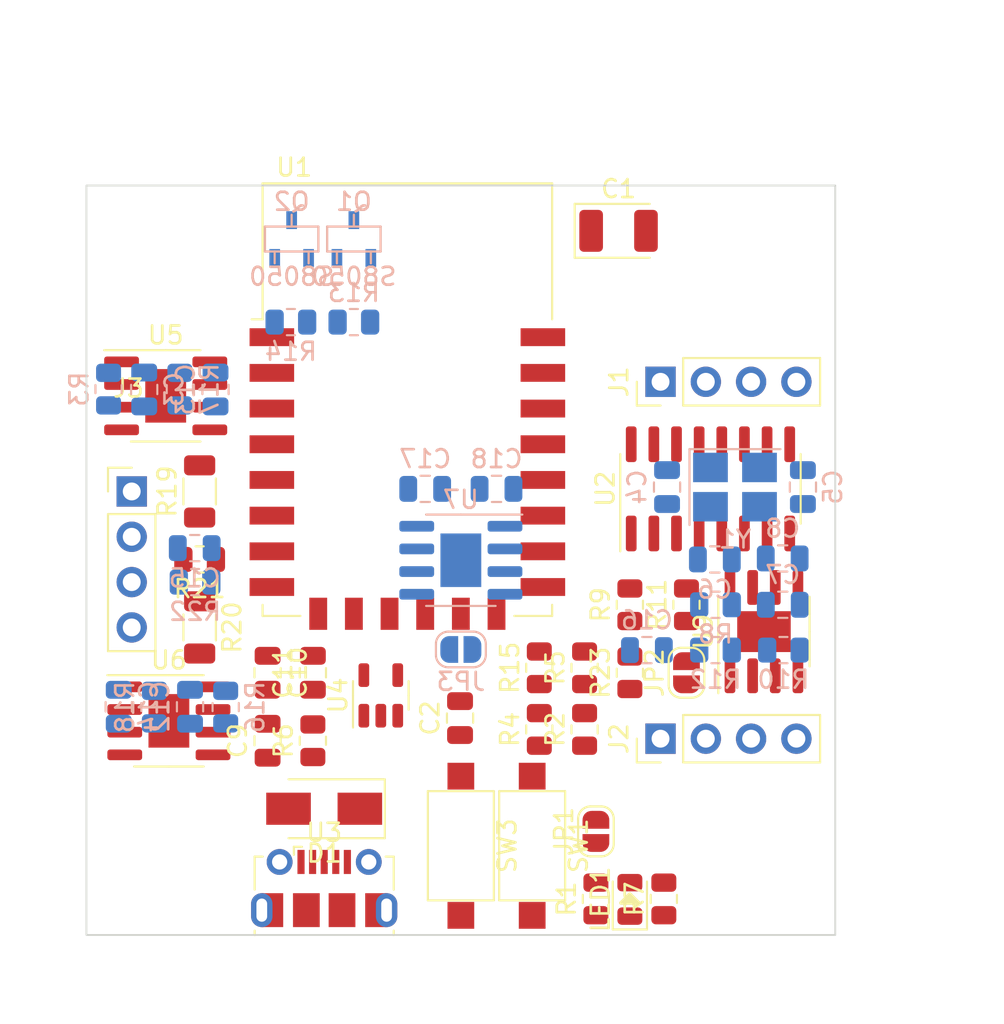
<source format=kicad_pcb>
(kicad_pcb (version 20211014) (generator pcbnew)
  (layers (0 "F.Cu" signal) (31 "B.Cu" signal) (34 "B.Paste" user) (35 "F.Paste" user) (36 "B.SilkS" user "B.Silkscreen") (37 "F.SilkS" user "F.Silkscreen") (38 "B.Mask" user) (39 "F.Mask" user) (44 "Edge.Cuts" user))
  (net 0 "")
  (net 1 "+3V3")
  (net 2 "GND")
  (net 3 "/node_mcu/nRST")
  (net 4 "/node_mcu/XO")
  (net 5 "/node_mcu/XI")
  (net 6 "Net-(C6-Pad1)")
  (net 7 "+5V")
  (net 8 "Net-(C10-Pad1)")
  (net 9 "Net-(D1-Pad2)")
  (net 10 "Net-(JP1-Pad1)")
  (net 11 "Net-(LED1-Pad2)")
  (net 12 "/node_mcu/GPIO16")
  (net 13 "Net-(Q1-PadB)")
  (net 14 "Net-(Q1-PadE)")
  (net 15 "Net-(Q2-PadB)")
  (net 16 "/node_mcu/GPIO0")
  (net 17 "Net-(Q2-PadE)")
  (net 18 "/node_mcu/EN")
  (net 19 "/node_mcu/GPIO2")
  (net 20 "/node_mcu/GPIO15")
  (net 21 "Net-(R8-Pad2)")
  (net 22 "/node_mcu/ADC_EX")
  (net 23 "/node_mcu/ADC")
  (net 24 "Net-(R10-Pad1)")
  (net 25 "/node_mcu/TXD0")
  (net 26 "Net-(R12-Pad1)")
  (net 27 "/node_mcu/RXD0")
  (net 28 "/node_mcu/GPIO5")
  (net 29 "/node_mcu/GPIO4")
  (net 36 "/node_mcu/GPIO13")
  (net 37 "/node_mcu/GPIO12")
  (net 38 "/node_mcu/GPIO14")
  (net 39 "/node_mcu/D_P")
  (net 40 "/node_mcu/D_N")
  (net 48 "/ports/CAN_TX")
  (net 49 "/ports/CAN_RX")
  (net 51 "/ports/CAN_L")
  (net 52 "/ports/CAN_H")
  (net 54 "VCC")
  (net 55 "Net-(C3-Pad1)")
  (net 56 "Net-(C12-Pad1)")
  (net 57 "Net-(C13-Pad1)")
  (net 58 "Net-(C14-Pad1)")
  (net 59 "/driver/TEMP")
  (net 60 "Net-(JP2-Pad1)")
  (net 61 "/driver/IN_PWM_A")
  (net 62 "/driver/IN_PWM_B")
  (net 63 "Net-(R19-Pad1)")
  (net 64 "/driver/IN_AM")
  (net 65 "/driver/IN_AP")
  (net 66 "/driver/VREF_A")
  (net 67 "/driver/OUT_A_P")
  (net 68 "/driver/OUT_A_N")
  (net 69 "/driver/OUT_B_P")
  (net 70 "/driver/OUT_B_N")
  (net 71 "Net-(U7-Pad2)")
  (net 72 "Net-(U7-Pad5)")
  (net 73 "/sensor/SDA")
  (net 74 "/sensor/SCL")
  (net 75 "Net-(R20-Pad2)")
  (footprint "Resistor_SMD:R_0805_2012Metric" (layer "F.Cu") (at 25.4 27.0275 90)
    (fp_text reference "R15" (at 0 -1.65 90) (layer "F.SilkS"))
    (fp_text value "R123,0805")
    (pad "1" smd roundrect (at -0.9125 0 90) (size 1.025 1.4) (layers "F.Cu" "F.Paste" "F.Mask") (roundrect_rratio 0.243902) (net 1 "+3V3"))
    (pad "2" smd roundrect (at 0.9125 0 90) (size 1.025 1.4) (layers "F.Cu" "F.Paste" "F.Mask") (roundrect_rratio 0.243902) (net 3 "/node_mcu/nRST"))
  )
  (footprint "Resistor_SMD:R_0805_2012Metric" (layer "F.Cu") (at 6.35 20.955 180)
    (fp_text reference "R21" (at 0 -1.65) (layer "F.SilkS"))
    (fp_text value "NTC_10K,0805")
    (pad "1" smd roundrect (at -0.9125 0 180) (size 1.025 1.4) (layers "F.Cu" "F.Paste" "F.Mask") (roundrect_rratio 0.243902) (net 1 "+3V3"))
    (pad "2" smd roundrect (at 0.9125 0 180) (size 1.025 1.4) (layers "F.Cu" "F.Paste" "F.Mask") (roundrect_rratio 0.243902) (net 59 "/driver/TEMP"))
  )
  (footprint "Connector_PinHeader_2.54mm:PinHeader_1x04_P2.54mm_Vertical" (layer "F.Cu") (at 2.54 17.145)
    (fp_text reference "J3" (at -0.18 -5.7825) (layer "F.SilkS"))
    (fp_text value "Conn_01x04")
    (pad "1" thru_hole rect (at 0 0) (size 1.7 1.7) (drill 1) (layers *.Cu *.Mask) (net 68 "/driver/OUT_A_N"))
    (pad "2" thru_hole oval (at 0 2.54) (size 1.7 1.7) (drill 1) (layers *.Cu *.Mask) (net 67 "/driver/OUT_A_P"))
    (pad "3" thru_hole oval (at 0 5.08) (size 1.7 1.7) (drill 1) (layers *.Cu *.Mask) (net 70 "/driver/OUT_B_N"))
    (pad "4" thru_hole oval (at 0 7.62) (size 1.7 1.7) (drill 1) (layers *.Cu *.Mask) (net 69 "/driver/OUT_B_P"))
  )
  (footprint "Package_SO:SOIC-8-1EP_3.9x4.9mm_P1.27mm_EP2.29x3mm" (layer "F.Cu") (at 4.625 30)
    (fp_text reference "U6" (at 0 -3.4) (layer "F.SilkS"))
    (fp_text value "TB67H450FNG")
    (pad "1" smd roundrect (at -2.475 -1.905) (size 1.95 0.6) (layers "F.Cu" "F.Paste" "F.Mask") (net 2 "GND"))
    (pad "2" smd roundrect (at -2.475 -0.635) (size 1.95 0.6) (layers "F.Cu" "F.Paste" "F.Mask") (net 64 "/driver/IN_AM"))
    (pad "3" smd roundrect (at -2.475 0.635) (size 1.95 0.6) (layers "F.Cu" "F.Paste" "F.Mask") (net 65 "/driver/IN_AP"))
    (pad "4" smd roundrect (at -2.475 1.905) (size 1.95 0.6) (layers "F.Cu" "F.Paste" "F.Mask") (net 66 "/driver/VREF_A"))
    (pad "5" smd roundrect (at 2.475 1.905) (size 1.95 0.6) (layers "F.Cu" "F.Paste" "F.Mask") (net 54 "VCC"))
    (pad "6" smd roundrect (at 2.475 0.635) (size 1.95 0.6) (layers "F.Cu" "F.Paste" "F.Mask") (net 69 "/driver/OUT_B_P"))
    (pad "7" smd roundrect (at 2.475 -0.635) (size 1.95 0.6) (layers "F.Cu" "F.Paste" "F.Mask") (net 75 "Net-(R20-Pad2)"))
    (pad "8" smd roundrect (at 2.475 -1.905) (size 1.95 0.6) (layers "F.Cu" "F.Paste" "F.Mask") (net 70 "/driver/OUT_B_N"))
    (pad "9" smd rect (at 0 0) (size 2.29 3) (layers "F.Cu" "F.Mask") (net 2 "GND"))
  )
  (footprint "footprint-lib:MountingHole_2.7mm_M2.5,rpi_like" (layer "F.Cu") (at 36.5 36.5)
    (fp_text reference "H3" hide)
    (fp_text value "MountingHole")
    (pad "" np_thru_hole circle locked (at 0 0) (size 2.7 2.7) (drill 2.7) (layers *.Cu *.Mask) (clearance 1.5))
  )
  (footprint "Connector_PinHeader_2.54mm:PinHeader_1x04_P2.54mm_Vertical" (layer "F.Cu") (at 32.2 31 90)
    (fp_text reference "J2" (at 0 -2.33 90) (layer "F.SilkS"))
    (fp_text value "Conn_01x04")
    (pad "1" thru_hole rect locked (at 0 0 90) (size 1.7 1.7) (drill 1) (layers *.Cu *.Mask) (net 54 "VCC"))
    (pad "2" thru_hole oval locked (at 0 2.54 90) (size 1.7 1.7) (drill 1) (layers *.Cu *.Mask) (net 51 "/ports/CAN_L"))
    (pad "3" thru_hole oval locked (at 0 5.08 90) (size 1.7 1.7) (drill 1) (layers *.Cu *.Mask) (net 52 "/ports/CAN_H"))
    (pad "4" thru_hole oval locked (at 0 7.62 90) (size 1.7 1.7) (drill 1) (layers *.Cu *.Mask) (net 2 "GND"))
  )
  (footprint "footprint-lib:MountingHole_2.7mm_M2.5,rpi_like" (layer "F.Cu") (at 5.5 36.5)
    (fp_text reference "H2" hide)
    (fp_text value "MountingHole")
    (pad "" np_thru_hole circle locked (at 0 0) (size 2.7 2.7) (drill 2.7) (layers *.Cu *.Mask) (clearance 1.5))
  )
  (footprint "Resistor_SMD:R_0805_2012Metric" (layer "F.Cu") (at 30.48 23.495 90)
    (fp_text reference "R9" (at 0 -1.65 90) (layer "F.SilkS"))
    (fp_text value "R224,0805")
    (pad "1" smd roundrect (at -0.9125 0 90) (size 1.025 1.4) (layers "F.Cu" "F.Paste" "F.Mask") (roundrect_rratio 0.243902) (net 22 "/node_mcu/ADC_EX"))
    (pad "2" smd roundrect (at 0.9125 0 90) (size 1.025 1.4) (layers "F.Cu" "F.Paste" "F.Mask") (roundrect_rratio 0.243902) (net 23 "/node_mcu/ADC"))
  )
  (footprint "Package_SO:SOIC-8-1EP_3.9x4.9mm_P1.27mm_EP2.29x3mm" (layer "F.Cu") (at 38 25 90)
    (fp_text reference "U9" (at 0 -3.4 90) (layer "F.SilkS"))
    (fp_text value "SN65HVD232DR")
    (pad "1" smd roundrect (at -2.475 -1.905 90) (size 1.95 0.6) (layers "F.Cu" "F.Paste" "F.Mask") (net 48 "/ports/CAN_TX"))
    (pad "2" smd roundrect (at -2.475 -0.635 90) (size 1.95 0.6) (layers "F.Cu" "F.Paste" "F.Mask") (net 2 "GND"))
    (pad "3" smd roundrect (at -2.475 0.635 90) (size 1.95 0.6) (layers "F.Cu" "F.Paste" "F.Mask") (net 1 "+3V3"))
    (pad "4" smd roundrect (at -2.475 1.905 90) (size 1.95 0.6) (layers "F.Cu" "F.Paste" "F.Mask") (net 49 "/ports/CAN_RX"))
    (pad "5" smd roundrect (at 2.475 1.905 90) (size 1.95 0.6) (layers "F.Cu" "F.Paste" "F.Mask"))
    (pad "6" smd roundrect (at 2.475 0.635 90) (size 1.95 0.6) (layers "F.Cu" "F.Paste" "F.Mask") (net 51 "/ports/CAN_L"))
    (pad "7" smd roundrect (at 2.475 -0.635 90) (size 1.95 0.6) (layers "F.Cu" "F.Paste" "F.Mask") (net 52 "/ports/CAN_H"))
    (pad "8" smd roundrect (at 2.475 -1.905 90) (size 1.95 0.6) (layers "F.Cu" "F.Paste" "F.Mask"))
    (pad "9" smd rect (at 0 0 90) (size 2.29 3) (layers "F.Cu" "F.Mask"))
  )
  (footprint "Resistor_SMD:R_0805_2012Metric" (layer "F.Cu") (at 25.4 30.48 90)
    (fp_text reference "R4" (at 0 -1.65 90) (layer "F.SilkS"))
    (fp_text value "R123,0805")
    (pad "1" smd roundrect (at -0.9125 0 90) (size 1.025 1.4) (layers "F.Cu" "F.Paste" "F.Mask") (roundrect_rratio 0.243902) (net 1 "+3V3"))
    (pad "2" smd roundrect (at 0.9125 0 90) (size 1.025 1.4) (layers "F.Cu" "F.Paste" "F.Mask") (roundrect_rratio 0.243902) (net 16 "/node_mcu/GPIO0"))
  )
  (footprint "footprint-lib:MountingHole_2.7mm_M2.5,rpi_like" (layer "F.Cu") (at 5.5 5.5)
    (fp_text reference "H4" hide)
    (fp_text value "MountingHole")
    (pad "" np_thru_hole circle locked (at 0 0) (size 2.7 2.7) (drill 2.7) (layers *.Cu *.Mask) (clearance 1.5))
  )
  (footprint "Capacitor_SMD:C_0805_2012Metric" (layer "F.Cu") (at 20.955 29.845 90)
    (fp_text reference "C2" (at 0 -1.68 90) (layer "F.SilkS"))
    (fp_text value "C471,0805")
    (pad "1" smd roundrect (at -0.95 0 90) (size 1 1.45) (layers "F.Cu" "F.Paste" "F.Mask") (net 3 "/node_mcu/nRST"))
    (pad "2" smd roundrect (at 0.95 0 90) (size 1 1.45) (layers "F.Cu" "F.Paste" "F.Mask") (net 2 "GND"))
  )
  (footprint "Resistor_SMD:R_0805_2012Metric" (layer "F.Cu") (at 12.7 31.115 90)
    (fp_text reference "R6" (at 0 -1.65 90) (layer "F.SilkS"))
    (fp_text value "R123,0805")
    (pad "1" smd roundrect (at -0.9125 0 90) (size 1.025 1.4) (layers "F.Cu" "F.Paste" "F.Mask") (roundrect_rratio 0.243902) (net 2 "GND"))
    (pad "2" smd roundrect (at 0.9125 0 90) (size 1.025 1.4) (layers "F.Cu" "F.Paste" "F.Mask") (roundrect_rratio 0.243902) (net 20 "/node_mcu/GPIO15"))
  )
  (footprint "Resistor_SMD:R_0805_2012Metric" (layer "F.Cu") (at 30.48 27.305 90)
    (fp_text reference "R23" (at 0 -1.65 90) (layer "F.SilkS"))
    (fp_text value "R121,0805")
    (pad "1" smd roundrect (at -0.9125 0 90) (size 1.025 1.4) (layers "F.Cu" "F.Paste" "F.Mask") (roundrect_rratio 0.243902) (net 52 "/ports/CAN_H"))
    (pad "2" smd roundrect (at 0.9125 0 90) (size 1.025 1.4) (layers "F.Cu" "F.Paste" "F.Mask") (roundrect_rratio 0.243902) (net 60 "Net-(JP2-Pad1)"))
  )
  (footprint "Resistor_SMD:R_0805_2012Metric" (layer "F.Cu") (at 32.385 39.98 90)
    (fp_text reference "R7" (at 0 -1.65 90) (layer "F.SilkS"))
    (fp_text value "R471,0805")
    (pad "1" smd roundrect (at -0.9125 0 90) (size 1.025 1.4) (layers "F.Cu" "F.Paste" "F.Mask") (roundrect_rratio 0.243902) (net 12 "/node_mcu/GPIO16"))
    (pad "2" smd roundrect (at 0.9125 0 90) (size 1.025 1.4) (layers "F.Cu" "F.Paste" "F.Mask") (roundrect_rratio 0.243902) (net 10 "Net-(JP1-Pad1)"))
  )
  (footprint "Package_SO:SOIC-8-1EP_3.9x4.9mm_P1.27mm_EP2.29x3mm" (layer "F.Cu") (at 4.445 11.7875)
    (fp_text reference "U5" (at 0 -3.4) (layer "F.SilkS"))
    (fp_text value "TB67H450FNG")
    (pad "1" smd roundrect (at -2.475 -1.905) (size 1.95 0.6) (layers "F.Cu" "F.Paste" "F.Mask") (net 2 "GND"))
    (pad "2" smd roundrect (at -2.475 -0.635) (size 1.95 0.6) (layers "F.Cu" "F.Paste" "F.Mask") (net 64 "/driver/IN_AM"))
    (pad "3" smd roundrect (at -2.475 0.635) (size 1.95 0.6) (layers "F.Cu" "F.Paste" "F.Mask") (net 65 "/driver/IN_AP"))
    (pad "4" smd roundrect (at -2.475 1.905) (size 1.95 0.6) (layers "F.Cu" "F.Paste" "F.Mask") (net 66 "/driver/VREF_A"))
    (pad "5" smd roundrect (at 2.475 1.905) (size 1.95 0.6) (layers "F.Cu" "F.Paste" "F.Mask") (net 54 "VCC"))
    (pad "6" smd roundrect (at 2.475 0.635) (size 1.95 0.6) (layers "F.Cu" "F.Paste" "F.Mask") (net 67 "/driver/OUT_A_P"))
    (pad "7" smd roundrect (at 2.475 -0.635) (size 1.95 0.6) (layers "F.Cu" "F.Paste" "F.Mask") (net 63 "Net-(R19-Pad1)"))
    (pad "8" smd roundrect (at 2.475 -1.905) (size 1.95 0.6) (layers "F.Cu" "F.Paste" "F.Mask") (net 68 "/driver/OUT_A_N"))
    (pad "9" smd rect (at 0 0) (size 2.29 3) (layers "F.Cu" "F.Mask") (net 2 "GND"))
  )
  (footprint "Resistor_SMD:R_0805_2012Metric" (layer "F.Cu") (at 27.94 27.0275 90)
    (fp_text reference "R5" (at 0 -1.65 90) (layer "F.SilkS"))
    (fp_text value "R123,0805")
    (pad "1" smd roundrect (at -0.9125 0 90) (size 1.025 1.4) (layers "F.Cu" "F.Paste" "F.Mask") (roundrect_rratio 0.243902) (net 1 "+3V3"))
    (pad "2" smd roundrect (at 0.9125 0 90) (size 1.025 1.4) (layers "F.Cu" "F.Paste" "F.Mask") (roundrect_rratio 0.243902) (net 19 "/node_mcu/GPIO2"))
  )
  (footprint "footprint-lib:ESP-12E_NO_HOLE" (layer "F.Cu") (at 18 12)
    (fp_text reference "U1" (at -6.35 -13.0175) (layer "F.SilkS"))
    (fp_text value "ESP-12E")
    (pad "1" smd rect locked (at -7.6 -3.5) (size 2.5 1) (layers "F.Cu" "F.Paste" "F.Mask") (net 3 "/node_mcu/nRST"))
    (pad "2" smd rect locked (at -7.6 -1.5) (size 2.5 1) (layers "F.Cu" "F.Paste" "F.Mask") (net 23 "/node_mcu/ADC"))
    (pad "3" smd rect locked (at -7.6 0.5) (size 2.5 1) (layers "F.Cu" "F.Paste" "F.Mask") (net 18 "/node_mcu/EN"))
    (pad "4" smd rect locked (at -7.6 2.5) (size 2.5 1) (layers "F.Cu" "F.Paste" "F.Mask") (net 12 "/node_mcu/GPIO16"))
    (pad "5" smd rect locked (at -7.6 4.5) (size 2.5 1) (layers "F.Cu" "F.Paste" "F.Mask") (net 38 "/node_mcu/GPIO14"))
    (pad "6" smd rect locked (at -7.6 6.5) (size 2.5 1) (layers "F.Cu" "F.Paste" "F.Mask") (net 37 "/node_mcu/GPIO12"))
    (pad "7" smd rect locked (at -7.6 8.5) (size 2.5 1) (layers "F.Cu" "F.Paste" "F.Mask") (net 36 "/node_mcu/GPIO13"))
    (pad "8" smd rect locked (at -7.6 10.5) (size 2.5 1) (layers "F.Cu" "F.Paste" "F.Mask") (net 1 "+3V3"))
    (pad "9" smd rect locked (at -5 12) (size 1 1.8) (layers "F.Cu" "F.Paste" "F.Mask"))
    (pad "10" smd rect locked (at -3 12) (size 1 1.8) (layers "F.Cu" "F.Paste" "F.Mask"))
    (pad "11" smd rect locked (at -1 12) (size 1 1.8) (layers "F.Cu" "F.Paste" "F.Mask"))
    (pad "12" smd rect locked (at 1 12) (size 1 1.8) (layers "F.Cu" "F.Paste" "F.Mask"))
    (pad "13" smd rect locked (at 3 12) (size 1 1.8) (layers "F.Cu" "F.Paste" "F.Mask"))
    (pad "14" smd rect locked (at 5 12) (size 1 1.8) (layers "F.Cu" "F.Paste" "F.Mask"))
    (pad "15" smd rect locked (at 7.6 10.5) (size 2.5 1) (layers "F.Cu" "F.Paste" "F.Mask") (net 2 "GND"))
    (pad "16" smd rect locked (at 7.6 8.5) (size 2.5 1) (layers "F.Cu" "F.Paste" "F.Mask") (net 20 "/node_mcu/GPIO15"))
    (pad "17" smd rect locked (at 7.6 6.5) (size 2.5 1) (layers "F.Cu" "F.Paste" "F.Mask") (net 19 "/node_mcu/GPIO2"))
    (pad "18" smd rect locked (at 7.6 4.5) (size 2.5 1) (layers "F.Cu" "F.Paste" "F.Mask") (net 16 "/node_mcu/GPIO0"))
    (pad "19" smd rect locked (at 7.6 2.5) (size 2.5 1) (layers "F.Cu" "F.Paste" "F.Mask") (net 29 "/node_mcu/GPIO4"))
    (pad "20" smd rect locked (at 7.6 0.5) (size 2.5 1) (layers "F.Cu" "F.Paste" "F.Mask") (net 28 "/node_mcu/GPIO5"))
    (pad "21" smd rect locked (at 7.6 -1.5) (size 2.5 1) (layers "F.Cu" "F.Paste" "F.Mask") (net 27 "/node_mcu/RXD0"))
    (pad "22" smd rect locked (at 7.6 -3.5) (size 2.5 1) (layers "F.Cu" "F.Paste" "F.Mask") (net 25 "/node_mcu/TXD0"))
  )
  (footprint "footprint-lib:SW_SPST_CK_RS282G05A3" (layer "F.Cu") (at 21 37 -90)
    (fp_text reference "SW3" (at 0 -2.6 90) (layer "F.SilkS"))
    (fp_text value "microswitch_6_6_5")
    (pad "1" smd rect (at -3.9 0 270) (size 1.5 1.5) (layers "F.Cu" "F.Paste" "F.Mask") (net 2 "GND"))
    (pad "2" smd rect (at 3.9 0 270) (size 1.5 1.5) (layers "F.Cu" "F.Paste" "F.Mask") (net 21 "Net-(R8-Pad2)"))
  )
  (footprint "Jumper:SolderJumper-2_P1.3mm_Open_RoundedPad1.0x1.5mm" (layer "F.Cu") (at 33.655 27.305 90)
    (fp_text reference "JP2" (at 0 -1.8 90) (layer "F.SilkS"))
    (fp_text value "Jumper_2_Open")
    (pad "1" smd custom (at -0.65 0 90) (size 1 0.5) (layers "F.Cu" "F.Mask") (net 60 "Net-(JP2-Pad1)") (options (clearance outline) (anchor rect)) (primitives (gr_circle (center 0 0.25) (end 0.5 0.25) (width 0) (fill yes)) (gr_circle (center 0 -0.25) (end 0.5 -0.25) (width 0) (fill yes)) (gr_poly (pts (xy 0.5 0.75) (xy 0 0.75) (xy 0 -0.75) (xy 0.5 -0.75)) (width 0) (fill yes))))
    (pad "2" smd custom (at 0.65 0 90) (size 1 0.5) (layers "F.Cu" "F.Mask") (net 51 "/ports/CAN_L") (options (clearance outline) (anchor rect)) (primitives (gr_circle (center 0 0.25) (end 0.5 0.25) (width 0) (fill yes)) (gr_circle (center 0 -0.25) (end 0.5 -0.25) (width 0) (fill yes)) (gr_poly (pts (xy 0 0.75) (xy -0.5 0.75) (xy -0.5 -0.75) (xy 0 -0.75)) (width 0) (fill yes))))
  )
  (footprint "Package_SO:SOP-16_3.9x9.9mm_P1.27mm" (layer "F.Cu") (at 35 17 90)
    (fp_text reference "U2" (at 0 -5.9 90) (layer "F.SilkS"))
    (fp_text value "CH340G")
    (pad "1" smd roundrect (at -2.5 -4.445 90) (size 2 0.6) (layers "F.Cu" "F.Paste" "F.Mask") (net 2 "GND"))
    (pad "2" smd roundrect (at -2.5 -3.175 90) (size 2 0.6) (layers "F.Cu" "F.Paste" "F.Mask") (net 26 "Net-(R12-Pad1)"))
    (pad "3" smd roundrect (at -2.5 -1.905 90) (size 2 0.6) (layers "F.Cu" "F.Paste" "F.Mask") (net 24 "Net-(R10-Pad1)"))
    (pad "4" smd roundrect (at -2.5 -0.635 90) (size 2 0.6) (layers "F.Cu" "F.Paste" "F.Mask") (net 6 "Net-(C6-Pad1)"))
    (pad "5" smd roundrect (at -2.5 0.635 90) (size 2 0.6) (layers "F.Cu" "F.Paste" "F.Mask") (net 39 "/node_mcu/D_P"))
    (pad "6" smd roundrect (at -2.5 1.905 90) (size 2 0.6) (layers "F.Cu" "F.Paste" "F.Mask") (net 40 "/node_mcu/D_N"))
    (pad "7" smd roundrect (at -2.5 3.175 90) (size 2 0.6) (layers "F.Cu" "F.Paste" "F.Mask") (net 5 "/node_mcu/XI"))
    (pad "8" smd roundrect (at -2.5 4.445 90) (size 2 0.6) (layers "F.Cu" "F.Paste" "F.Mask") (net 4 "/node_mcu/XO"))
    (pad "9" smd roundrect (at 2.5 4.445 90) (size 2 0.6) (layers "F.Cu" "F.Paste" "F.Mask"))
    (pad "10" smd roundrect (at 2.5 3.175 90) (size 2 0.6) (layers "F.Cu" "F.Paste" "F.Mask"))
    (pad "11" smd roundrect (at 2.5 1.905 90) (size 2 0.6) (layers "F.Cu" "F.Paste" "F.Mask"))
    (pad "12" smd roundrect (at 2.5 0.635 90) (size 2 0.6) (layers "F.Cu" "F.Paste" "F.Mask"))
    (pad "13" smd roundrect (at 2.5 -0.635 90) (size 2 0.6) (layers "F.Cu" "F.Paste" "F.Mask") (net 17 "Net-(Q2-PadE)"))
    (pad "14" smd roundrect (at 2.5 -1.905 90) (size 2 0.6) (layers "F.Cu" "F.Paste" "F.Mask") (net 14 "Net-(Q1-PadE)"))
    (pad "15" smd roundrect (at 2.5 -3.175 90) (size 2 0.6) (layers "F.Cu" "F.Paste" "F.Mask"))
    (pad "16" smd roundrect (at 2.5 -4.445 90) (size 2 0.6) (layers "F.Cu" "F.Paste" "F.Mask") (net 7 "+5V"))
  )
  (footprint "footprint-lib:LED_0805_2012Metric" (layer "F.Cu") (at 30.48 40.005 90)
    (fp_text reference "LED1" (at 0 -1.65 90) (layer "F.SilkS"))
    (fp_text value "LED_WHITE,0805")
    (pad "1" smd roundrect locked (at -0.9375 0 90) (size 0.975 1.4) (layers "F.Cu" "F.Paste" "F.Mask") (net 12 "/node_mcu/GPIO16"))
    (pad "2" smd roundrect locked (at 0.9375 0 90) (size 0.975 1.4) (layers "F.Cu" "F.Paste" "F.Mask") (net 11 "Net-(LED1-Pad2)"))
  )
  (footprint "Resistor_SMD:R_0805_2012Metric" (layer "F.Cu") (at 27.94 30.48 90)
    (fp_text reference "R2" (at 0 -1.65 90) (layer "F.SilkS"))
    (fp_text value "R123,0805")
    (pad "1" smd roundrect (at -0.9125 0 90) (size 1.025 1.4) (layers "F.Cu" "F.Paste" "F.Mask") (roundrect_rratio 0.243902) (net 1 "+3V3"))
    (pad "2" smd roundrect (at 0.9125 0 90) (size 1.025 1.4) (layers "F.Cu" "F.Paste" "F.Mask") (roundrect_rratio 0.243902) (net 18 "/node_mcu/EN"))
  )
  (footprint "Jumper:SolderJumper-2_P1.3mm_Open_RoundedPad1.0x1.5mm" (layer "F.Cu") (at 28.575 36.195 90)
    (fp_text reference "JP1" (at 0 -1.8 90) (layer "F.SilkS"))
    (fp_text value "SolderJumper_2_Open_round")
    (pad "1" smd custom (at -0.65 0 90) (size 1 0.5) (layers "F.Cu" "F.Mask") (net 10 "Net-(JP1-Pad1)") (options (clearance outline) (anchor rect)) (primitives (gr_circle (center 0 0.25) (end 0.5 0.25) (width 0) (fill yes)) (gr_circle (center 0 -0.25) (end 0.5 -0.25) (width 0) (fill yes)) (gr_poly (pts (xy 0.5 0.75) (xy 0 0.75) (xy 0 -0.75) (xy 0.5 -0.75)) (width 0) (fill yes))))
    (pad "2" smd custom (at 0.65 0 90) (size 1 0.5) (layers "F.Cu" "F.Mask") (net 3 "/node_mcu/nRST") (options (clearance outline) (anchor rect)) (primitives (gr_circle (center 0 0.25) (end 0.5 0.25) (width 0) (fill yes)) (gr_circle (center 0 -0.25) (end 0.5 -0.25) (width 0) (fill yes)) (gr_poly (pts (xy 0 0.75) (xy -0.5 0.75) (xy -0.5 -0.75) (xy 0 -0.75)) (width 0) (fill yes))))
  )
  (footprint "Resistor_SMD:R_1206_3216Metric" (layer "F.Cu") (at 6.35 24.765 -90)
    (fp_text reference "R20" (at 0 -1.82 90) (layer "F.SilkS"))
    (fp_text value "R100,1206")
    (pad "1" smd roundrect (at -1.4625 0 270) (size 1.125 1.75) (layers "F.Cu" "F.Paste" "F.Mask") (roundrect_rratio 0.222222) (net 2 "GND"))
    (pad "2" smd roundrect (at 1.4625 0 270) (size 1.125 1.75) (layers "F.Cu" "F.Paste" "F.Mask") (roundrect_rratio 0.222222) (net 75 "Net-(R20-Pad2)"))
  )
  (footprint "Capacitor_SMD:C_0805_2012Metric" (layer "F.Cu") (at 10.16 27.305 -90)
    (fp_text reference "C10" (at 0 -1.68 90) (layer "F.SilkS"))
    (fp_text value "C471,0805")
    (pad "1" smd roundrect (at -0.95 0 270) (size 1 1.45) (layers "F.Cu" "F.Paste" "F.Mask") (net 8 "Net-(C10-Pad1)"))
    (pad "2" smd roundrect (at 0.95 0 270) (size 1 1.45) (layers "F.Cu" "F.Paste" "F.Mask") (net 2 "GND"))
  )
  (footprint "Capacitor_SMD:C_0805_2012Metric" (layer "F.Cu") (at 12.7 27.305 90)
    (fp_text reference "C11" (at 0 -1.68 90) (layer "F.SilkS"))
    (fp_text value "C106,0805")
    (pad "1" smd roundrect (at -0.95 0 90) (size 1 1.45) (layers "F.Cu" "F.Paste" "F.Mask") (net 2 "GND"))
    (pad "2" smd roundrect (at 0.95 0 90) (size 1 1.45) (layers "F.Cu" "F.Paste" "F.Mask") (net 1 "+3V3"))
  )
  (footprint "footprint-lib:MountingHole_2.7mm_M2.5,rpi_like" (layer "F.Cu") (at 36.5 5.5)
    (fp_text reference "H1" hide)
    (fp_text value "MountingHole")
    (pad "" np_thru_hole circle locked (at 0 0) (size 2.7 2.7) (drill 2.7) (layers *.Cu *.Mask) (clearance 1.5))
  )
  (footprint "Connector_PinHeader_2.54mm:PinHeader_1x04_P2.54mm_Vertical" (layer "F.Cu") (at 32.2 11 90)
    (fp_text reference "J1" (at 0 -2.33 90) (layer "F.SilkS"))
    (fp_text value "Conn_01x04")
    (pad "1" thru_hole rect locked (at 0 0 90) (size 1.7 1.7) (drill 1) (layers *.Cu *.Mask) (net 54 "VCC"))
    (pad "2" thru_hole oval locked (at 0 2.54 90) (size 1.7 1.7) (drill 1) (layers *.Cu *.Mask) (net 51 "/ports/CAN_L"))
    (pad "3" thru_hole oval locked (at 0 5.08 90) (size 1.7 1.7) (drill 1) (layers *.Cu *.Mask) (net 52 "/ports/CAN_H"))
    (pad "4" thru_hole oval locked (at 0 7.62 90) (size 1.7 1.7) (drill 1) (layers *.Cu *.Mask) (net 2 "GND"))
  )
  (footprint "Capacitor_Tantalum_SMD:CP_EIA-3528-12_Kemet-T" (layer "F.Cu") (at 29.845 2.54)
    (fp_text reference "C1" (at 0 -2.35) (layer "F.SilkS"))
    (fp_text value "CP100uf,25V")
    (pad "1" smd roundrect (at -1.5375 0) (size 1.325 2.35) (layers "F.Cu" "F.Paste" "F.Mask") (roundrect_rratio 0.188679) (net 1 "+3V3"))
    (pad "2" smd roundrect (at 1.5375 0) (size 1.325 2.35) (layers "F.Cu" "F.Paste" "F.Mask") (roundrect_rratio 0.188679) (net 2 "GND"))
  )
  (footprint "Capacitor_SMD:C_0805_2012Metric" (layer "F.Cu") (at 10.16 31.115 90)
    (fp_text reference "C9" (at 0 -1.68 90) (layer "F.SilkS"))
    (fp_text value "C105,0805")
    (pad "1" smd roundrect (at -0.95 0 90) (size 1 1.45) (layers "F.Cu" "F.Paste" "F.Mask") (net 7 "+5V"))
    (pad "2" smd roundrect (at 0.95 0 90) (size 1 1.45) (layers "F.Cu" "F.Paste" "F.Mask") (net 2 "GND"))
  )
  (footprint "Resistor_SMD:R_0805_2012Metric" (layer "F.Cu") (at 33.655 23.495 90)
    (fp_text reference "R11" (at 0 -1.65 90) (layer "F.SilkS"))
    (fp_text value "R104,0805")
    (pad "1" smd roundrect (at -0.9125 0 90) (size 1.025 1.4) (layers "F.Cu" "F.Paste" "F.Mask") (roundrect_rratio 0.243902) (net 23 "/node_mcu/ADC"))
    (pad "2" smd roundrect (at 0.9125 0 90) (size 1.025 1.4) (layers "F.Cu" "F.Paste" "F.Mask") (roundrect_rratio 0.243902) (net 2 "GND"))
  )
  (footprint "footprint-lib:USB_Micro-B_Molex-105017-0001" (layer "F.Cu") (at 13.335 39.37)
    (fp_text reference "U3" (at 0 -3.1125) (layer "F.SilkS"))
    (fp_text value "USB_Micro")
    (pad "1" smd rect locked (at -1.3 -1.4625) (size 0.4 1.35) (layers "F.Cu" "F.Paste" "F.Mask") (net 9 "Net-(D1-Pad2)"))
    (pad "2" smd rect locked (at -0.65 -1.4625) (size 0.4 1.35) (layers "F.Cu" "F.Paste" "F.Mask") (net 40 "/node_mcu/D_N"))
    (pad "3" smd rect locked (at 0 -1.4625) (size 0.4 1.35) (layers "F.Cu" "F.Paste" "F.Mask") (net 39 "/node_mcu/D_P"))
    (pad "4" smd rect locked (at 0.65 -1.4625) (size 0.4 1.35) (layers "F.Cu" "F.Paste" "F.Mask"))
    (pad "5" smd rect locked (at 1.3 -1.4625) (size 0.4 1.35) (layers "F.Cu" "F.Paste" "F.Mask") (net 2 "GND"))
    (pad "6" thru_hole oval locked (at -3.5 1.2375 180) (size 1.2 1.9) (drill oval 0.6 1.3) (layers *.Cu *.Mask) (net 2 "GND"))
    (pad "6" smd rect locked (at -2.9 1.2375) (size 1.2 1.9) (layers "F.Cu" "F.Mask") (net 2 "GND"))
    (pad "6" smd rect locked (at -1 1.2375) (size 1.5 1.9) (layers "F.Cu" "F.Paste" "F.Mask") (net 2 "GND"))
    (pad "7" smd rect locked (at 1 1.2375) (size 1.5 1.9) (layers "F.Cu" "F.Paste" "F.Mask") (net 2 "GND"))
    (pad "7" smd rect locked (at 2.9 1.2375) (size 1.2 1.9) (layers "F.Cu" "F.Mask") (net 2 "GND"))
    (pad "7" thru_hole oval locked (at 3.5 1.2375) (size 1.2 1.9) (drill oval 0.6 1.3) (layers *.Cu *.Mask) (net 2 "GND"))
    (pad "8" thru_hole circle locked (at -2.5 -1.4625) (size 1.45 1.45) (drill 0.85) (layers *.Cu *.Mask) (net 2 "GND"))
    (pad "9" thru_hole circle locked (at 2.5 -1.4625) (size 1.45 1.45) (drill 0.85) (layers *.Cu *.Mask) (net 2 "GND"))
  )
  (footprint "Package_TO_SOT_SMD:SOT-23-5" (layer "F.Cu") (at 16.51 28.575 90)
    (fp_text reference "U4" (at 0 -2.4 90) (layer "F.SilkS"))
    (fp_text value "SPX3819M5-L")
    (pad "1" smd roundrect (at -1.1375 -0.95 90) (size 1.325 0.6) (layers "F.Cu" "F.Paste" "F.Mask") (net 7 "+5V"))
    (pad "2" smd roundrect (at -1.1375 0 90) (size 1.325 0.6) (layers "F.Cu" "F.Paste" "F.Mask") (net 2 "GND"))
    (pad "3" smd roundrect (at -1.1375 0.95 90) (size 1.325 0.6) (layers "F.Cu" "F.Paste" "F.Mask") (net 7 "+5V"))
    (pad "4" smd roundrect (at 1.1375 0.95 90) (size 1.325 0.6) (layers "F.Cu" "F.Paste" "F.Mask") (net 8 "Net-(C10-Pad1)"))
    (pad "5" smd roundrect (at 1.1375 -0.95 90) (size 1.325 0.6) (layers "F.Cu" "F.Paste" "F.Mask") (net 1 "+3V3"))
  )
  (footprint "Diode_SMD:D_SMA" (layer "F.Cu") (at 13.335 34.925 180)
    (fp_text reference "D1" (at 0 -2.5) (layer "F.SilkS"))
    (fp_text value "SD_M7")
    (pad "1" smd rect (at -2 0 180) (size 2.5 1.8) (layers "F.Cu" "F.Paste" "F.Mask") (net 7 "+5V"))
    (pad "2" smd rect (at 2 0 180) (size 2.5 1.8) (layers "F.Cu" "F.Paste" "F.Mask") (net 9 "Net-(D1-Pad2)"))
  )
  (footprint "Resistor_SMD:R_1206_3216Metric" (layer "F.Cu") (at 6.35 17.145 90)
    (fp_text reference "R19" (at 0 -1.82 90) (layer "F.SilkS"))
    (fp_text value "R100,1206")
    (pad "1" smd roundrect (at -1.4625 0 90) (size 1.125 1.75) (layers "F.Cu" "F.Paste" "F.Mask") (roundrect_rratio 0.222222) (net 63 "Net-(R19-Pad1)"))
    (pad "2" smd roundrect (at 1.4625 0 90) (size 1.125 1.75) (layers "F.Cu" "F.Paste" "F.Mask") (roundrect_rratio 0.222222) (net 2 "GND"))
  )
  (footprint "footprint-lib:SW_SPST_CK_RS282G05A3" (layer "F.Cu") (at 25 37 -90)
    (fp_text reference "SW1" (at 0 -2.6 90) (layer "F.SilkS"))
    (fp_text value "microswitch_6_6_5")
    (pad "1" smd rect (at -3.9 0 270) (size 1.5 1.5) (layers "F.Cu" "F.Paste" "F.Mask") (net 2 "GND"))
    (pad "2" smd rect (at 3.9 0 270) (size 1.5 1.5) (layers "F.Cu" "F.Paste" "F.Mask") (net 10 "Net-(JP1-Pad1)"))
  )
  (footprint "Resistor_SMD:R_0805_2012Metric" (layer "F.Cu") (at 28.575 39.98 90)
    (fp_text reference "R1" (at 0 -1.65 90) (layer "F.SilkS"))
    (fp_text value "R471,0805")
    (pad "1" smd roundrect (at -0.9125 0 90) (size 1.025 1.4) (layers "F.Cu" "F.Paste" "F.Mask") (roundrect_rratio 0.243902) (net 1 "+3V3"))
    (pad "2" smd roundrect (at 0.9125 0 90) (size 1.025 1.4) (layers "F.Cu" "F.Paste" "F.Mask") (roundrect_rratio 0.243902) (net 11 "Net-(LED1-Pad2)"))
  )
  (footprint "Resistor_SMD:R_0805_2012Metric" (layer "B.Cu") (at 39.0925 26.035)
    (fp_text reference "R10" (at 0 1.65) (layer "B.SilkS") (effects (justify mirror)))
    (fp_text value "R471,0805")
    (pad "1" smd roundrect (at -0.9125 0) (size 1.025 1.4) (layers "B.Cu" "B.Paste" "B.Mask") (roundrect_rratio 0.243902) (net 24 "Net-(R10-Pad1)"))
    (pad "2" smd roundrect (at 0.9125 0) (size 1.025 1.4) (layers "B.Cu" "B.Paste" "B.Mask") (roundrect_rratio 0.243902) (net 25 "/node_mcu/TXD0"))
  )
  (footprint "Resistor_SMD:R_0805_2012Metric" (layer "B.Cu") (at 35.2825 26.035)
    (fp_text reference "R12" (at 0 1.65) (layer "B.SilkS") (effects (justify mirror)))
    (fp_text value "R471,0805")
    (pad "1" smd roundrect (at -0.9125 0) (size 1.025 1.4) (layers "B.Cu" "B.Paste" "B.Mask") (roundrect_rratio 0.243902) (net 26 "Net-(R12-Pad1)"))
    (pad "2" smd roundrect (at 0.9125 0) (size 1.025 1.4) (layers "B.Cu" "B.Paste" "B.Mask") (roundrect_rratio 0.243902) (net 27 "/node_mcu/RXD0"))
  )
  (footprint "Resistor_SMD:R_0805_2012Metric" (layer "B.Cu") (at 1.24 11.41 -90)
    (fp_text reference "R3" (at 0 1.65 90) (layer "B.SilkS") (effects (justify mirror)))
    (fp_text value "R102,0805")
    (pad "1" smd roundrect (at -0.9125 0 270) (size 1.025 1.4) (layers "B.Cu" "B.Paste" "B.Mask") (roundrect_rratio 0.243902) (net 61 "/driver/IN_PWM_A"))
    (pad "2" smd roundrect (at 0.9125 0 270) (size 1.025 1.4) (layers "B.Cu" "B.Paste" "B.Mask") (roundrect_rratio 0.243902) (net 55 "Net-(C3-Pad1)"))
  )
  (footprint "Capacitor_SMD:C_0805_2012Metric" (layer "B.Cu") (at 39.055 23.495 180)
    (fp_text reference "C7" (at 0 1.68) (layer "B.SilkS") (effects (justify mirror)))
    (fp_text value "C106,0805")
    (pad "1" smd roundrect (at -0.95 0 180) (size 1 1.45) (layers "B.Cu" "B.Paste" "B.Mask") (net 7 "+5V"))
    (pad "2" smd roundrect (at 0.95 0 180) (size 1 1.45) (layers "B.Cu" "B.Paste" "B.Mask") (net 2 "GND"))
  )
  (footprint "Package_SO:SOIC-8-1EP_3.9x4.9mm_P1.27mm_EP2.29x3mm" (layer "B.Cu") (at 21 21 180)
    (fp_text reference "U7" (at 0 3.4) (layer "B.SilkS") (effects (justify mirror)))
    (fp_text value "AS5600")
    (pad "1" smd roundrect (at -2.475 1.905 180) (size 1.95 0.6) (layers "B.Cu" "B.Paste" "B.Mask") (net 7 "+5V"))
    (pad "2" smd roundrect (at -2.475 0.635 180) (size 1.95 0.6) (layers "B.Cu" "B.Paste" "B.Mask") (net 71 "Net-(U7-Pad2)"))
    (pad "3" smd roundrect (at -2.475 -0.635 180) (size 1.95 0.6) (layers "B.Cu" "B.Paste" "B.Mask"))
    (pad "4" smd roundrect (at -2.475 -1.905 180) (size 1.95 0.6) (layers "B.Cu" "B.Paste" "B.Mask") (net 2 "GND"))
    (pad "5" smd roundrect (at 2.475 -1.905 180) (size 1.95 0.6) (layers "B.Cu" "B.Paste" "B.Mask") (net 72 "Net-(U7-Pad5)"))
    (pad "6" smd roundrect (at 2.475 -0.635 180) (size 1.95 0.6) (layers "B.Cu" "B.Paste" "B.Mask") (net 73 "/sensor/SDA"))
    (pad "7" smd roundrect (at 2.475 0.635 180) (size 1.95 0.6) (layers "B.Cu" "B.Paste" "B.Mask") (net 74 "/sensor/SCL"))
    (pad "8" smd roundrect (at 2.475 1.905 180) (size 1.95 0.6) (layers "B.Cu" "B.Paste" "B.Mask") (net 2 "GND"))
    (pad "9" smd rect (at 0 0 180) (size 2.29 3) (layers "B.Cu" "B.Mask"))
  )
  (footprint "Capacitor_SMD:C_0805_2012Metric" (layer "B.Cu") (at 35.245 20.955)
    (fp_text reference "C6" (at 0 1.68) (layer "B.SilkS") (effects (justify mirror)))
    (fp_text value "C104,0805")
    (pad "1" smd roundrect (at -0.95 0) (size 1 1.45) (layers "B.Cu" "B.Paste" "B.Mask") (net 6 "Net-(C6-Pad1)"))
    (pad "2" smd roundrect (at 0.95 0) (size 1 1.45) (layers "B.Cu" "B.Paste" "B.Mask") (net 2 "GND"))
  )
  (footprint "Resistor_SMD:R_0805_2012Metric" (layer "B.Cu") (at 35.2825 23.495)
    (fp_text reference "R8" (at 0 1.65) (layer "B.SilkS") (effects (justify mirror)))
    (fp_text value "R471,0805")
    (pad "1" smd roundrect (at -0.9125 0) (size 1.025 1.4) (layers "B.Cu" "B.Paste" "B.Mask") (roundrect_rratio 0.243902) (net 16 "/node_mcu/GPIO0"))
    (pad "2" smd roundrect (at 0.9125 0) (size 1.025 1.4) (layers "B.Cu" "B.Paste" "B.Mask") (roundrect_rratio 0.243902) (net 21 "Net-(R8-Pad2)"))
  )
  (footprint "Capacitor_SMD:C_0805_2012Metric" (layer "B.Cu") (at 31.435 26.035 180)
    (fp_text reference "C16" (at 0 1.68) (layer "B.SilkS") (effects (justify mirror)))
    (fp_text value "C106,0805")
    (pad "1" smd roundrect (at -0.95 0 180) (size 1 1.45) (layers "B.Cu" "B.Paste" "B.Mask") (net 1 "+3V3"))
    (pad "2" smd roundrect (at 0.95 0 180) (size 1 1.45) (layers "B.Cu" "B.Paste" "B.Mask") (net 2 "GND"))
  )
  (footprint "Capacitor_SMD:C_0805_2012Metric" (layer "B.Cu") (at 32.565 16.900001 -90)
    (fp_text reference "C4" (at 0 1.68 90) (layer "B.SilkS") (effects (justify mirror)))
    (fp_text value "C22pf,0805")
    (pad "1" smd roundrect (at -0.95 0 270) (size 1 1.45) (layers "B.Cu" "B.Paste" "B.Mask") (net 4 "/node_mcu/XO"))
    (pad "2" smd roundrect (at 0.95 0 270) (size 1 1.45) (layers "B.Cu" "B.Paste" "B.Mask") (net 2 "GND"))
  )
  (footprint "footprint-lib:S8050,J3Y,SOT23" (layer "B.Cu") (at 15 3 180)
    (fp_text reference "Q1" (at 0 2.1) (layer "B.SilkS") (effects (justify mirror)))
    (fp_text value "S8050" (at 0 -2.1) (layer "B.SilkS") (effects (justify mirror)))
    (pad "B" smd rect (at -0.95 -1.06 180) (size 0.6 1) (layers "B.Cu" "B.Paste" "B.Mask") (net 13 "Net-(Q1-PadB)"))
    (pad "C" smd rect (at 0 1.06 180) (size 0.6 1) (layers "B.Cu" "B.Paste" "B.Mask") (net 3 "/node_mcu/nRST"))
    (pad "E" smd rect (at 0.95 -1.06 180) (size 0.6 1) (layers "B.Cu" "B.Paste" "B.Mask") (net 14 "Net-(Q1-PadE)"))
  )
  (footprint "footprint-lib:S8050,J3Y,SOT23" (layer "B.Cu") (at 11.51 3 180)
    (fp_text reference "Q2" (at 0 2.1) (layer "B.SilkS") (effects (justify mirror)))
    (fp_text value "S8050" (at 0 -2.1) (layer "B.SilkS") (effects (justify mirror)))
    (pad "B" smd rect (at -0.95 -1.06 180) (size 0.6 1) (layers "B.Cu" "B.Paste" "B.Mask") (net 15 "Net-(Q2-PadB)"))
    (pad "C" smd rect (at 0 1.06 180) (size 0.6 1) (layers "B.Cu" "B.Paste" "B.Mask") (net 16 "/node_mcu/GPIO0"))
    (pad "E" smd rect (at 0.95 -1.06 180) (size 0.6 1) (layers "B.Cu" "B.Paste" "B.Mask") (net 17 "Net-(Q2-PadE)"))
  )
  (footprint "Capacitor_SMD:C_0805_2012Metric" (layer "B.Cu") (at 39.050001 20.9 180)
    (fp_text reference "C8" (at 0 1.68) (layer "B.SilkS") (effects (justify mirror)))
    (fp_text value "C104,0805")
    (pad "1" smd roundrect (at -0.95 0 180) (size 1 1.45) (layers "B.Cu" "B.Paste" "B.Mask") (net 7 "+5V"))
    (pad "2" smd roundrect (at 0.95 0 180) (size 1 1.45) (layers "B.Cu" "B.Paste" "B.Mask") (net 2 "GND"))
  )
  (footprint "Capacitor_SMD:C_0805_2012Metric" (layer "B.Cu") (at 1.81 29.21 90)
    (fp_text reference "C14" (at 0 1.68 90) (layer "B.SilkS") (effects (justify mirror)))
    (fp_text value "C104,0805")
    (pad "1" smd roundrect (at -0.95 0 90) (size 1 1.45) (layers "B.Cu" "B.Paste" "B.Mask") (net 58 "Net-(C14-Pad1)"))
    (pad "2" smd roundrect (at 0.95 0 90) (size 1 1.45) (layers "B.Cu" "B.Paste" "B.Mask") (net 2 "GND"))
  )
  (footprint "Capacitor_SMD:C_0805_2012Metric" (layer "B.Cu") (at 5.81 29.21 -90)
    (fp_text reference "C12" (at 0 1.68 90) (layer "B.SilkS") (effects (justify mirror)))
    (fp_text value "C104,0805")
    (pad "1" smd roundrect (at -0.95 0 270) (size 1 1.45) (layers "B.Cu" "B.Paste" "B.Mask") (net 56 "Net-(C12-Pad1)"))
    (pad "2" smd roundrect (at 0.95 0 270) (size 1 1.45) (layers "B.Cu" "B.Paste" "B.Mask") (net 2 "GND"))
  )
  (footprint "Jumper:SolderJumper-2_P1.3mm_Open_RoundedPad1.0x1.5mm" (layer "B.Cu") (at 21 26)
    (fp_text reference "JP3" (at 0 1.8) (layer "B.SilkS") (effects (justify mirror)))
    (fp_text value "Jumper_2_Open")
    (pad "1" smd custom (at -0.65 0) (size 1 0.5) (layers "B.Cu" "B.Mask") (net 72 "Net-(U7-Pad5)") (options (clearance outline) (anchor rect)) (primitives (gr_circle (center 0 -0.25) (end 0.5 -0.25) (width 0) (fill yes)) (gr_circle (center 0 0.25) (end 0.5 0.25) (width 0) (fill yes)) (gr_poly (pts (xy 0.5 -0.75) (xy 0 -0.75) (xy 0 0.75) (xy 0.5 0.75)) (width 0) (fill yes))))
    (pad "2" smd custom (at 0.65 0) (size 1 0.5) (layers "B.Cu" "B.Mask") (net 2 "GND") (options (clearance outline) (anchor rect)) (primitives (gr_circle (center 0 -0.25) (end 0.5 -0.25) (width 0) (fill yes)) (gr_circle (center 0 0.25) (end 0.5 0.25) (width 0) (fill yes)) (gr_poly (pts (xy 0 -0.75) (xy -0.5 -0.75) (xy -0.5 0.75) (xy 0 0.75)) (width 0) (fill yes))))
  )
  (footprint "Capacitor_SMD:C_0805_2012Metric" (layer "B.Cu") (at 23 17 180)
    (fp_text reference "C18" (at 0 1.68) (layer "B.SilkS") (effects (justify mirror)))
    (fp_text value "C106,0805")
    (pad "1" smd roundrect (at -0.95 0 180) (size 1 1.45) (layers "B.Cu" "B.Paste" "B.Mask") (net 71 "Net-(U7-Pad2)"))
    (pad "2" smd roundrect (at 0.95 0 180) (size 1 1.45) (layers "B.Cu" "B.Paste" "B.Mask") (net 2 "GND"))
  )
  (footprint "Resistor_SMD:R_0805_2012Metric" (layer "B.Cu") (at 6.0925 22.225)
    (fp_text reference "R22" (at 0 1.65) (layer "B.SilkS") (effects (justify mirror)))
    (fp_text value "R332,0805")
    (pad "1" smd roundrect (at -0.9125 0) (size 1.025 1.4) (layers "B.Cu" "B.Paste" "B.Mask") (roundrect_rratio 0.243902) (net 59 "/driver/TEMP"))
    (pad "2" smd roundrect (at 0.9125 0) (size 1.025 1.4) (layers "B.Cu" "B.Paste" "B.Mask") (roundrect_rratio 0.243902) (net 2 "GND"))
  )
  (footprint "Capacitor_SMD:C_0805_2012Metric" (layer "B.Cu") (at 19 17 180)
    (fp_text reference "C17" (at 0 1.68) (layer "B.SilkS") (effects (justify mirror)))
    (fp_text value "C104,0805")
    (pad "1" smd roundrect (at -0.95 0 180) (size 1 1.45) (layers "B.Cu" "B.Paste" "B.Mask") (net 7 "+5V"))
    (pad "2" smd roundrect (at 0.95 0 180) (size 1 1.45) (layers "B.Cu" "B.Paste" "B.Mask") (net 2 "GND"))
  )
  (footprint "Capacitor_SMD:C_0805_2012Metric" (layer "B.Cu") (at 40.185 16.9 90)
    (fp_text reference "C5" (at 0 1.68 90) (layer "B.SilkS") (effects (justify mirror)))
    (fp_text value "C22pf,0805")
    (pad "1" smd roundrect (at -0.95 0 90) (size 1 1.45) (layers "B.Cu" "B.Paste" "B.Mask") (net 5 "/node_mcu/XI"))
    (pad "2" smd roundrect (at 0.95 0 90) (size 1 1.45) (layers "B.Cu" "B.Paste" "B.Mask") (net 2 "GND"))
  )
  (footprint "Resistor_SMD:R_0805_2012Metric" (layer "B.Cu") (at 7.81 29.23 90)
    (fp_text reference "R16" (at 0 1.65 90) (layer "B.SilkS") (effects (justify mirror)))
    (fp_text value "R102,0805")
    (pad "1" smd roundrect (at -0.9125 0 90) (size 1.025 1.4) (layers "B.Cu" "B.Paste" "B.Mask") (roundrect_rratio 0.243902) (net 62 "/driver/IN_PWM_B"))
    (pad "2" smd roundrect (at 0.9125 0 90) (size 1.025 1.4) (layers "B.Cu" "B.Paste" "B.Mask") (roundrect_rratio 0.243902) (net 56 "Net-(C12-Pad1)"))
  )
  (footprint "Capacitor_SMD:C_0805_2012Metric" (layer "B.Cu") (at 3.24 11.43 90)
    (fp_text reference "C3" (at 0 1.68 90) (layer "B.SilkS") (effects (justify mirror)))
    (fp_text value "C104,0805")
    (pad "1" smd roundrect (at -0.95 0 90) (size 1 1.45) (layers "B.Cu" "B.Paste" "B.Mask") (net 55 "Net-(C3-Pad1)"))
    (pad "2" smd roundrect (at 0.95 0 90) (size 1 1.45) (layers "B.Cu" "B.Paste" "B.Mask") (net 2 "GND"))
  )
  (footprint "Resistor_SMD:R_0805_2012Metric" (layer "B.Cu") (at 3.81 29.23 -90)
    (fp_text reference "R18" (at 0 1.65 90) (layer "B.SilkS") (effects (justify mirror)))
    (fp_text value "R102,0805")
    (pad "1" smd roundrect (at -0.9125 0 270) (size 1.025 1.4) (layers "B.Cu" "B.Paste" "B.Mask") (roundrect_rratio 0.243902) (net 56 "Net-(C12-Pad1)"))
    (pad "2" smd roundrect (at 0.9125 0 270) (size 1.025 1.4) (layers "B.Cu" "B.Paste" "B.Mask") (roundrect_rratio 0.243902) (net 58 "Net-(C14-Pad1)"))
  )
  (footprint "Resistor_SMD:R_0805_2012Metric" (layer "B.Cu") (at 11.4675 7.655)
    (fp_text reference "R14" (at 0 1.65) (layer "B.SilkS") (effects (justify mirror)))
    (fp_text value "R123,0805")
    (pad "1" smd roundrect (at -0.9125 0) (size 1.025 1.4) (layers "B.Cu" "B.Paste" "B.Mask") (roundrect_rratio 0.243902) (net 15 "Net-(Q2-PadB)"))
    (pad "2" smd roundrect (at 0.9125 0) (size 1.025 1.4) (layers "B.Cu" "B.Paste" "B.Mask") (roundrect_rratio 0.243902) (net 14 "Net-(Q1-PadE)"))
  )
  (footprint "Capacitor_SMD:C_0805_2012Metric" (layer "B.Cu") (at 7.24 11.43 -90)
    (fp_text reference "C13" (at 0 1.68 90) (layer "B.SilkS") (effects (justify mirror)))
    (fp_text value "C104,0805")
    (pad "1" smd roundrect (at -0.95 0 270) (size 1 1.45) (layers "B.Cu" "B.Paste" "B.Mask") (net 57 "Net-(C13-Pad1)"))
    (pad "2" smd roundrect (at 0.95 0 270) (size 1 1.45) (layers "B.Cu" "B.Paste" "B.Mask") (net 2 "GND"))
  )
  (footprint "footprint-lib:OSC_3225" (layer "B.Cu") (at 36.375 16.9)
    (fp_text reference "Y1" (at 0 2.925) (layer "B.SilkS") (effects (justify mirror)))
    (fp_text value "O_12M,3225")
    (pad "1" smd rect locked (at -1.375 -1.1) (size 1.95 1.65) (layers "B.Cu" "B.Paste" "B.Mask") (net 4 "/node_mcu/XO"))
    (pad "2" smd rect locked (at 1.375 -1.1) (size 1.95 1.65) (layers "B.Cu" "B.Paste" "B.Mask") (net 2 "GND"))
    (pad "2" smd rect locked (at -1.375 1.1) (size 1.95 1.65) (layers "B.Cu" "B.Paste" "B.Mask") (net 2 "GND"))
    (pad "3" smd rect locked (at 1.375 1.1) (size 1.95 1.65) (layers "B.Cu" "B.Paste" "B.Mask") (net 5 "/node_mcu/XI"))
  )
  (footprint "Capacitor_SMD:C_0805_2012Metric" (layer "B.Cu") (at 6.0725 20.32)
    (fp_text reference "C15" (at 0 1.68) (layer "B.SilkS") (effects (justify mirror)))
    (fp_text value "C106,0805")
    (pad "1" smd roundrect (at -0.95 0) (size 1 1.45) (layers "B.Cu" "B.Paste" "B.Mask") (net 59 "/driver/TEMP"))
    (pad "2" smd roundrect (at 0.95 0) (size 1 1.45) (layers "B.Cu" "B.Paste" "B.Mask") (net 2 "GND"))
  )
  (footprint "Resistor_SMD:R_0805_2012Metric" (layer "B.Cu") (at 5.24 11.41 90)
    (fp_text reference "R17" (at 0 1.65 90) (layer "B.SilkS") (effects (justify mirror)))
    (fp_text value "R102,0805")
    (pad "1" smd roundrect (at -0.9125 0 90) (size 1.025 1.4) (layers "B.Cu" "B.Paste" "B.Mask") (roundrect_rratio 0.243902) (net 55 "Net-(C3-Pad1)"))
    (pad "2" smd roundrect (at 0.9125 0 90) (size 1.025 1.4) (layers "B.Cu" "B.Paste" "B.Mask") (roundrect_rratio 0.243902) (net 57 "Net-(C13-Pad1)"))
  )
  (footprint "Resistor_SMD:R_0805_2012Metric" (layer "B.Cu") (at 15 7.655 180)
    (fp_text reference "R13" (at 0 1.65) (layer "B.SilkS") (effects (justify mirror)))
    (fp_text value "R123,0805")
    (pad "1" smd roundrect (at -0.9125 0 180) (size 1.025 1.4) (layers "B.Cu" "B.Paste" "B.Mask") (roundrect_rratio 0.243902) (net 13 "Net-(Q1-PadB)"))
    (pad "2" smd roundrect (at 0.9125 0 180) (size 1.025 1.4) (layers "B.Cu" "B.Paste" "B.Mask") (roundrect_rratio 0.243902) (net 17 "Net-(Q2-PadE)"))
  )
  (gr_rect (start 0 0) (end 42 42) (layer "Edge.Cuts") (width 0.1) (fill none))
)
</source>
